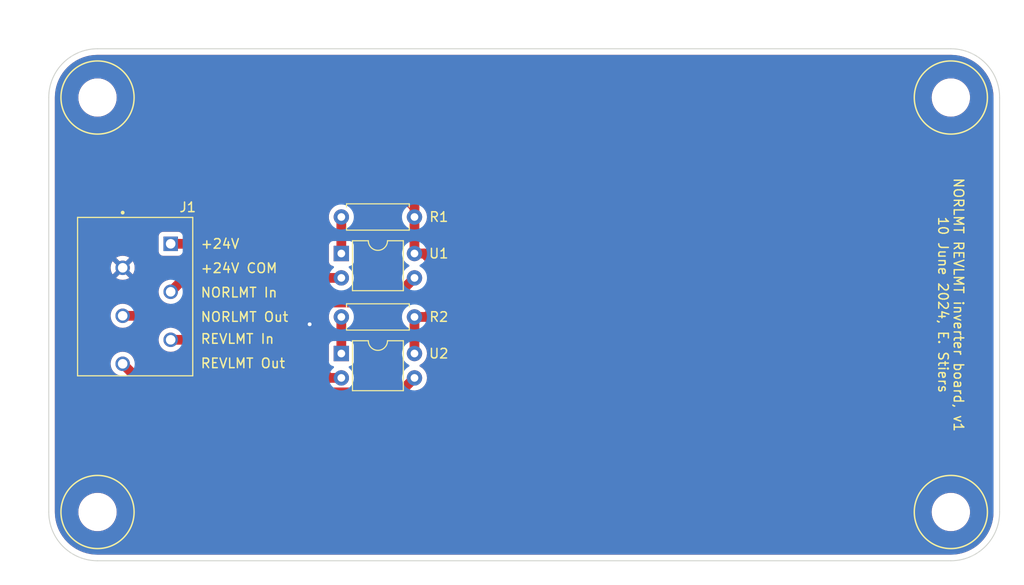
<source format=kicad_pcb>
(kicad_pcb (version 20221018) (generator pcbnew)
  (layers (0 "F.Cu" signal) (31 "B.Cu" signal) (34 "B.Paste" user) (35 "F.Paste" user) (36 "B.SilkS" user "B.Silkscreen") (37 "F.SilkS" user "F.Silkscreen") (38 "B.Mask" user) (39 "F.Mask" user) (44 "Edge.Cuts" user))
  (net 0 "")
  (net 1 "+24V")
  (net 2 "24VCOM")
  (net 3 "NORLMT In")
  (net 4 "NORLMT Out")
  (net 5 "REVLMT In")
  (net 6 "REVLMT Out")
  (net 7 "Net-(R1-Pad1)")
  (net 8 "Net-(R2-Pad1)")
  (footprint "Resistor_THT:R_Axial_DIN0207_L6.3mm_D2.5mm_P7.62mm_Horizontal" (layer "F.Cu") (at 127 88.646)
    (fp_text reference "R1" (at 10.16 0) (layer "F.SilkS"))
    (fp_text value "7.78k")
    (fp_line (start 0.54 -1.37) (end 7.08 -1.37) (stroke (width 0.12)) (layer "F.SilkS"))
    (fp_line (start 0.54 -1.04) (end 0.54 -1.37) (stroke (width 0.12)) (layer "F.SilkS"))
    (fp_line (start 0.54 1.04) (end 0.54 1.37) (stroke (width 0.12)) (layer "F.SilkS"))
    (fp_line (start 0.54 1.37) (end 7.08 1.37) (stroke (width 0.12)) (layer "F.SilkS"))
    (fp_line (start 7.08 -1.37) (end 7.08 -1.04) (stroke (width 0.12)) (layer "F.SilkS"))
    (fp_line (start 7.08 1.37) (end 7.08 1.04) (stroke (width 0.12)) (layer "F.SilkS"))
    (pad "1" thru_hole circle (at 0 0) (size 1.6 1.6) (drill 0.8) (layers "*.Cu" "*.Mask") (net 7 "Net-(R1-Pad1)"))
    (pad "2" thru_hole oval (at 7.62 0) (size 1.6 1.6) (drill 0.8) (layers "*.Cu" "*.Mask") (net 1 "+24V"))
  )
  (footprint "MountingHole:MountingHole_3.5mm" (layer "F.Cu") (at 101.6 76.2)
    (fp_text reference "H1" hide)
    (fp_text value "MountingHole")
    (pad "" np_thru_hole circle (at 0 0) (size 3.5 3.5) (drill 3.5) (layers "*.Cu" "*.Mask"))
  )
  (footprint "Package_DIP:DIP-4_W7.62mm" (layer "F.Cu") (at 127 102.87)
    (fp_text reference "U2" (at 10.15 0.005) (layer "F.SilkS"))
    (fp_text value "CPC1301G")
    (fp_line (start 1.16 -1.33) (end 1.16 3.87) (stroke (width 0.12)) (layer "F.SilkS"))
    (fp_line (start 1.16 3.87) (end 6.46 3.87) (stroke (width 0.12)) (layer "F.SilkS"))
    (fp_line (start 2.81 -1.33) (end 1.16 -1.33) (stroke (width 0.12)) (layer "F.SilkS"))
    (fp_line (start 6.46 -1.33) (end 4.81 -1.33) (stroke (width 0.12)) (layer "F.SilkS"))
    (fp_line (start 6.46 3.87) (end 6.46 -1.33) (stroke (width 0.12)) (layer "F.SilkS"))
    (fp_arc (start 4.81 -1.33) (mid 3.81 -0.33) (end 2.81 -1.33) (stroke (width 0.12)) (layer "F.SilkS"))
    (pad "1" thru_hole rect (at 0 0) (size 1.6 1.6) (drill 0.8) (layers "*.Cu" "*.Mask") (net 8 "Net-(R2-Pad1)"))
    (pad "2" thru_hole oval (at 0 2.54) (size 1.6 1.6) (drill 0.8) (layers "*.Cu" "*.Mask") (net 5 "REVLMT In"))
    (pad "3" thru_hole oval (at 7.62 2.54) (size 1.6 1.6) (drill 0.8) (layers "*.Cu" "*.Mask") (net 6 "REVLMT Out"))
    (pad "4" thru_hole oval (at 7.62 0) (size 1.6 1.6) (drill 0.8) (layers "*.Cu" "*.Mask") (net 1 "+24V"))
  )
  (footprint "MountingHole:MountingHole_3.5mm" (layer "F.Cu") (at 101.6 119.38)
    (fp_text reference "H2" hide)
    (fp_text value "MountingHole")
    (pad "" np_thru_hole circle (at 0 0) (size 3.5 3.5) (drill 3.5) (layers "*.Cu" "*.Mask"))
  )
  (footprint "MountingHole:MountingHole_3.5mm" (layer "F.Cu") (at 190.5 76.2)
    (fp_text reference "H3" hide)
    (fp_text value "MountingHole")
    (pad "" np_thru_hole circle (at 0 0) (size 3.5 3.5) (drill 3.5) (layers "*.Cu" "*.Mask"))
  )
  (footprint "Resistor_THT:R_Axial_DIN0207_L6.3mm_D2.5mm_P7.62mm_Horizontal" (layer "F.Cu") (at 127 99.06)
    (fp_text reference "R2" (at 10.16 0) (layer "F.SilkS"))
    (fp_text value "7.78k")
    (fp_line (start 0.54 -1.37) (end 7.08 -1.37) (stroke (width 0.12)) (layer "F.SilkS"))
    (fp_line (start 0.54 -1.04) (end 0.54 -1.37) (stroke (width 0.12)) (layer "F.SilkS"))
    (fp_line (start 0.54 1.04) (end 0.54 1.37) (stroke (width 0.12)) (layer "F.SilkS"))
    (fp_line (start 0.54 1.37) (end 7.08 1.37) (stroke (width 0.12)) (layer "F.SilkS"))
    (fp_line (start 7.08 -1.37) (end 7.08 -1.04) (stroke (width 0.12)) (layer "F.SilkS"))
    (fp_line (start 7.08 1.37) (end 7.08 1.04) (stroke (width 0.12)) (layer "F.SilkS"))
    (pad "1" thru_hole circle (at 0 0) (size 1.6 1.6) (drill 0.8) (layers "*.Cu" "*.Mask") (net 8 "Net-(R2-Pad1)"))
    (pad "2" thru_hole oval (at 7.62 0) (size 1.6 1.6) (drill 0.8) (layers "*.Cu" "*.Mask") (net 1 "+24V"))
  )
  (footprint "MountingHole:MountingHole_3.5mm" (layer "F.Cu") (at 190.5 119.38)
    (fp_text reference "H4" hide)
    (fp_text value "MountingHole")
    (pad "" np_thru_hole circle (at 0 0) (size 3.5 3.5) (drill 3.5) (layers "*.Cu" "*.Mask"))
  )
  (footprint "Package_DIP:DIP-4_W7.62mm" (layer "F.Cu") (at 127 92.451)
    (fp_text reference "U1" (at 10.15 0.005) (layer "F.SilkS"))
    (fp_text value "CPC1301G")
    (fp_line (start 1.16 -1.33) (end 1.16 3.87) (stroke (width 0.12)) (layer "F.SilkS"))
    (fp_line (start 1.16 3.87) (end 6.46 3.87) (stroke (width 0.12)) (layer "F.SilkS"))
    (fp_line (start 2.81 -1.33) (end 1.16 -1.33) (stroke (width 0.12)) (layer "F.SilkS"))
    (fp_line (start 6.46 -1.33) (end 4.81 -1.33) (stroke (width 0.12)) (layer "F.SilkS"))
    (fp_line (start 6.46 3.87) (end 6.46 -1.33) (stroke (width 0.12)) (layer "F.SilkS"))
    (fp_arc (start 4.81 -1.33) (mid 3.81 -0.33) (end 2.81 -1.33) (stroke (width 0.12)) (layer "F.SilkS"))
    (pad "1" thru_hole rect (at 0 0) (size 1.6 1.6) (drill 0.8) (layers "*.Cu" "*.Mask") (net 7 "Net-(R1-Pad1)"))
    (pad "2" thru_hole oval (at 0 2.54) (size 1.6 1.6) (drill 0.8) (layers "*.Cu" "*.Mask") (net 3 "NORLMT In"))
    (pad "3" thru_hole oval (at 7.62 2.54) (size 1.6 1.6) (drill 0.8) (layers "*.Cu" "*.Mask") (net 4 "NORLMT Out"))
    (pad "4" thru_hole oval (at 7.62 0) (size 1.6 1.6) (drill 0.8) (layers "*.Cu" "*.Mask") (net 1 "+24V"))
  )
  (footprint "_es_Connector:PHOENIX_1990041" (layer "F.Cu") (at 99.52 88.69 -90)
    (fp_text reference "J1" (at -1.06 -11.478 -180) (layer "F.SilkS"))
    (fp_text value "1990041")
    (fp_line (start 0 -12) (end 0 0) (stroke (width 0.127)) (layer "F.SilkS"))
    (fp_line (start 0 0) (end 16.5 0) (stroke (width 0.127)) (layer "F.SilkS"))
    (fp_line (start 16.5 -12) (end 0 -12) (stroke (width 0.127)) (layer "F.SilkS"))
    (fp_line (start 16.5 0) (end 16.5 -12) (stroke (width 0.127)) (layer "F.SilkS"))
    (fp_circle (center -0.5 -4.7) (end -0.4 -4.7) (stroke (width 0.2)) (fill none) (layer "F.SilkS"))
    (pad "1" thru_hole rect (at 2.75 -9.7 270) (size 1.508 1.508) (drill 1) (layers "*.Cu" "*.Mask") (net 1 "+24V"))
    (pad "2" thru_hole circle (at 5.25 -4.7 270) (size 1.508 1.508) (drill 1) (layers "*.Cu" "*.Mask") (net 2 "24VCOM"))
    (pad "3" thru_hole circle (at 7.75 -9.7 270) (size 1.508 1.508) (drill 1) (layers "*.Cu" "*.Mask") (net 3 "NORLMT In"))
    (pad "4" thru_hole circle (at 10.25 -4.7 270) (size 1.508 1.508) (drill 1) (layers "*.Cu" "*.Mask") (net 4 "NORLMT Out"))
    (pad "5" thru_hole circle (at 12.75 -9.7 270) (size 1.508 1.508) (drill 1) (layers "*.Cu" "*.Mask") (net 5 "REVLMT In"))
    (pad "6" thru_hole circle (at 15.25 -4.7 270) (size 1.508 1.508) (drill 1) (layers "*.Cu" "*.Mask") (net 6 "REVLMT Out"))
  )
  (gr_circle (center 190.5 119.38) (end 194.31 119.38) (stroke (width 0.15)) (fill none) (layer "F.SilkS"))
  (gr_circle (center 190.5 76.2) (end 194.31 76.2) (stroke (width 0.15)) (fill none) (layer "F.SilkS"))
  (gr_circle (center 101.6 119.38) (end 105.41 119.38) (stroke (width 0.15)) (fill none) (layer "F.SilkS"))
  (gr_circle (center 101.6 76.2) (end 105.41 76.2) (stroke (width 0.15)) (fill none) (layer "F.SilkS"))
  (gr_arc (start 195.58 119.38) (mid 194.092102 122.972102) (end 190.5 124.46) (stroke (width 0.1)) (layer "Edge.Cuts"))
  (gr_line (start 101.6 124.46) (end 190.5 124.46) (stroke (width 0.1)) (layer "Edge.Cuts"))
  (gr_arc (start 96.52 76.2) (mid 98.007898 72.607898) (end 101.6 71.12) (stroke (width 0.1)) (layer "Edge.Cuts"))
  (gr_line (start 190.5 71.12) (end 101.6 71.12) (stroke (width 0.1)) (layer "Edge.Cuts"))
  (gr_line (start 96.52 76.2) (end 96.52 119.38) (stroke (width 0.1)) (layer "Edge.Cuts"))
  (gr_arc (start 190.5 71.12) (mid 194.092102 72.607898) (end 195.58 76.2) (stroke (width 0.1)) (layer "Edge.Cuts"))
  (gr_arc (start 101.6 124.46) (mid 98.007898 122.972102) (end 96.52 119.38) (stroke (width 0.1)) (layer "Edge.Cuts"))
  (gr_line (start 195.58 119.38) (end 195.58 76.2) (stroke (width 0.1)) (layer "Edge.Cuts"))
  (gr_text "+24V" (at 112.268 91.44) (layer "F.SilkS") (effects (font (size 1 1)) (justify left)))
  (gr_text "NORLMT REVLMT inverter board, v1\n10 June 2024, E. Stiers" (at 190.5 97.79 -90) (layer "F.SilkS") (effects (font (size 1 1))))
  (gr_text "REVLMT In" (at 112.268 101.346) (layer "F.SilkS") (effects (font (size 1 1)) (justify left)))
  (gr_text "NORLMT Out" (at 112.268 99.06) (layer "F.SilkS") (effects (font (size 1 1)) (justify left)))
  (gr_text "REVLMT Out" (at 112.268 103.886) (layer "F.SilkS") (effects (font (size 1 1)) (justify left)))
  (gr_text "NORLMT In" (at 112.268 96.52) (layer "F.SilkS") (effects (font (size 1 1)) (justify left)))
  (gr_text "+24V COM" (at 112.268 93.98) (layer "F.SilkS") (effects (font (size 1 1)) (justify left)))
  (segment (start 135.89 99.06) (end 134.62 99.06) (width 1.016) (layer "F.Cu") (net 1))
  (segment (start 134.62 102.87) (end 134.62 99.06) (width 1.016) (layer "F.Cu") (net 1))
  (segment (start 134.62 87.63) (end 134.62 88.646) (width 1.016) (layer "F.Cu") (net 1))
  (segment (start 134.62 92.451) (end 135.631 92.451) (width 1.016) (layer "F.Cu") (net 1))
  (segment (start 109.22 91.44) (end 114.3 91.44) (width 1.016) (layer "F.Cu") (net 1))
  (segment (start 137.16 97.79) (end 135.89 99.06) (width 1.016) (layer "F.Cu") (net 1))
  (segment (start 137.16 93.98) (end 137.16 97.79) (width 1.016) (layer "F.Cu") (net 1))
  (segment (start 133.35 86.36) (end 134.62 87.63) (width 1.016) (layer "F.Cu") (net 1))
  (segment (start 114.3 91.44) (end 119.38 86.36) (width 1.016) (layer "F.Cu") (net 1))
  (segment (start 134.62 88.646) (end 134.62 92.451) (width 1.016) (layer "F.Cu") (net 1))
  (segment (start 119.38 86.36) (end 133.35 86.36) (width 1.016) (layer "F.Cu") (net 1))
  (segment (start 135.631 92.451) (end 137.16 93.98) (width 1.016) (layer "F.Cu") (net 1))
  (via (at 123.698 99.822) (size 0.8) (drill 0.4) (layers "F.Cu" "B.Cu") (net 2))
  (segment (start 127 94.991) (end 110.669 94.991) (width 1.016) (layer "F.Cu") (net 3))
  (segment (start 110.669 94.991) (end 109.22 96.44) (width 1.016) (layer "F.Cu") (net 3))
  (segment (start 132.059 97.552) (end 111.998 97.552) (width 1.016) (layer "F.Cu") (net 4))
  (segment (start 111.998 97.552) (end 110.61 98.94) (width 1.016) (layer "F.Cu") (net 4))
  (segment (start 110.61 98.94) (end 104.22 98.94) (width 1.016) (layer "F.Cu") (net 4))
  (segment (start 134.62 94.991) (end 132.059 97.552) (width 1.016) (layer "F.Cu") (net 4))
  (segment (start 121.76 101.44) (end 109.22 101.44) (width 1.016) (layer "F.Cu") (net 5))
  (segment (start 125.73 105.41) (end 121.76 101.44) (width 1.016) (layer "F.Cu") (net 5))
  (segment (start 127 105.41) (end 125.73 105.41) (width 1.016) (layer "F.Cu") (net 5))
  (segment (start 107.198 106.918) (end 104.22 103.94) (width 1.016) (layer "F.Cu") (net 6))
  (segment (start 134.62 105.41) (end 133.112 106.918) (width 1.016) (layer "F.Cu") (net 6))
  (segment (start 133.112 106.918) (end 107.198 106.918) (width 1.016) (layer "F.Cu") (net 6))
  (segment (start 127 88.646) (end 127 92.451) (width 1.016) (layer "F.Cu") (net 7))
  (segment (start 127 99.06) (end 127 102.87) (width 1.016) (layer "F.Cu") (net 8))
  (zone (net 2) (net_name "24VCOM") (layers "F&B.Cu") (connect_pads (clearance 0.5)) (min_thickness 0.25) (fill yes (thermal_gap 0.5) (thermal_bridge_width 0.5))
    (polygon (pts (xy 91.44 66.04) (xy 91.44 127) (xy 198.12 127) (xy 198.12 66.04)))
  )
)
</source>
